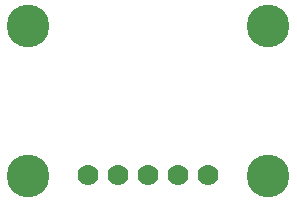
<source format=gbr>
G04 EAGLE Gerber RS-274X export*
G75*
%MOMM*%
%FSLAX34Y34*%
%LPD*%
%INSoldermask Bottom*%
%IPPOS*%
%AMOC8*
5,1,8,0,0,1.08239X$1,22.5*%
G01*
%ADD10C,3.617600*%
%ADD11C,1.778000*%


D10*
X25400Y152400D03*
X228600Y152400D03*
X25400Y25400D03*
X228600Y25400D03*
D11*
X75565Y26035D03*
X100965Y26035D03*
X126365Y26035D03*
X151765Y26035D03*
X177165Y26035D03*
M02*

</source>
